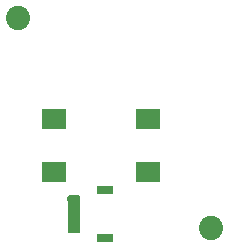
<source format=gbr>
G04 #@! TF.GenerationSoftware,KiCad,Pcbnew,(5.1.6)-1*
G04 #@! TF.CreationDate,2020-08-30T17:28:20+02:00*
G04 #@! TF.ProjectId,Freude_Microcontroller,46726575-6465-45f4-9d69-63726f636f6e,rev?*
G04 #@! TF.SameCoordinates,Original*
G04 #@! TF.FileFunction,Soldermask,Bot*
G04 #@! TF.FilePolarity,Negative*
%FSLAX46Y46*%
G04 Gerber Fmt 4.6, Leading zero omitted, Abs format (unit mm)*
G04 Created by KiCad (PCBNEW (5.1.6)-1) date 2020-08-30 17:28:20*
%MOMM*%
%LPD*%
G01*
G04 APERTURE LIST*
%ADD10C,2.050000*%
%ADD11R,1.100000X0.700000*%
%ADD12R,1.400000X0.700000*%
%ADD13R,2.000000X1.800000*%
G04 APERTURE END LIST*
D10*
X193675000Y-69025000D03*
X210075000Y-86825000D03*
G36*
G01*
X198075000Y-84000000D02*
X198825000Y-84000000D01*
G75*
G02*
X199000000Y-84175000I0J-175000D01*
G01*
X199000000Y-84525000D01*
G75*
G02*
X198825000Y-84700000I-175000J0D01*
G01*
X198075000Y-84700000D01*
G75*
G02*
X197900000Y-84525000I0J175000D01*
G01*
X197900000Y-84175000D01*
G75*
G02*
X198075000Y-84000000I175000J0D01*
G01*
G37*
D11*
X198450000Y-84850000D03*
X198450000Y-85350000D03*
X198450000Y-85850000D03*
D12*
X201100000Y-83560000D03*
X201100000Y-87640000D03*
D11*
X198450000Y-86350000D03*
X198450000Y-86850000D03*
D13*
X204725000Y-77575000D03*
X196725000Y-77575000D03*
X204725000Y-82075000D03*
X196725000Y-82075000D03*
M02*

</source>
